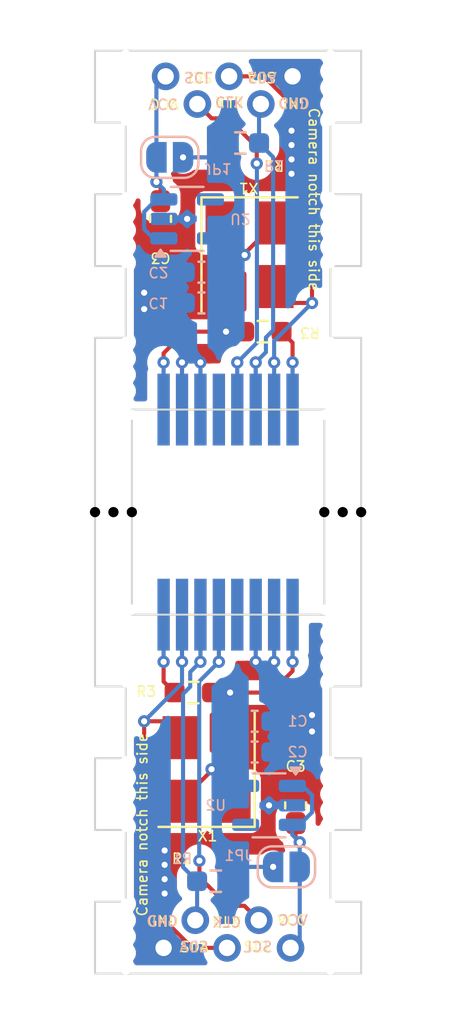
<source format=kicad_pcb>
(kicad_pcb (version 20241229) (generator "pcbnew") (generator_version "9.0")
  (layers (0 "F.Cu" signal) (2 "B.Cu" signal) (13 "F.Paste" user) (15 "B.Paste" user) (5 "F.SilkS" user "F.Silkscreen") (7 "B.SilkS" user "B.Silkscreen") (1 "F.Mask" user) (3 "B.Mask" user) (25 "Edge.Cuts" user))
  (net 0 "")
  (net 1 "Board_0-+3.3V")
  (net 2 "Board_0-/CLK")
  (net 3 "Board_0-/SCL")
  (net 4 "Board_0-/SDA")
  (net 5 "Board_0-GND")
  (net 6 "Board_0-Net-(U1-RESET)")
  (net 7 "Board_0-VCC")
  (net 8 "Board_0-unconnected-(U1-NC-Pad4)")
  (net 9 "Board_0-unconnected-(U1-NC-Pad4)_1")
  (net 10 "Board_0-unconnected-(U2-NC-Pad4)")
  (net 11 "Board_0-unconnected-(X1-~{ST}-Pad1)")
  (net 12 "Board_1-+3.3V")
  (net 13 "Board_1-/CLK")
  (net 14 "Board_1-/SCL")
  (net 15 "Board_1-/SDA")
  (net 16 "Board_1-GND")
  (net 17 "Board_1-Net-(U1-RESET)")
  (net 18 "Board_1-VCC")
  (net 19 "Board_1-unconnected-(U1-NC-Pad4)")
  (net 20 "Board_1-unconnected-(U1-NC-Pad4)_1")
  (net 21 "Board_1-unconnected-(U2-NC-Pad4)")
  (net 22 "Board_1-unconnected-(X1-~{ST}-Pad1)")
  (footprint "Panelization:NPTH-0.5mm" (layer "F.Cu") (at 143.5 48.4)
    (property "Reference" "REF**" (hide yes))
    (property "Value" "NPTH-0.5mm")
  )
  (footprint "Panelization:NPTH-0.5mm" (layer "F.Cu") (at 153.5 54.65)
    (property "Reference" "REF**" (hide yes))
    (property "Value" "NPTH-0.5mm")
  )
  (footprint "Panelization:NPTH-0.5mm" (layer "F.Cu") (at 143.5 21.8 180)
    (property "Reference" "REF**" (hide yes))
    (property "Value" "NPTH-0.5mm")
  )
  (footprint "Panelization:NPTH-0.5mm" (layer "F.Cu") (at 143.5 64.8)
    (property "Reference" "REF**" (hide yes))
    (property "Value" "NPTH-0.5mm")
  )
  (footprint "Panelization:NPTH-0.5mm" (layer "F.Cu") (at 153.5 61.6 90)
    (property "Reference" "REF**" (hide yes))
    (property "Value" "NPTH-0.5mm")
  )
  (footprint "Panelization:NPTH-0.5mm" (layer "F.Cu") (at 153.5 56.25)
    (property "Reference" "REF**" (hide yes))
    (property "Value" "NPTH-0.5mm")
  )
  (footprint "Panelization:NPTH-0.5mm" (layer "F.Cu") (at 143.5 54.65 90)
    (property "Reference" "REF**" (hide yes))
    (property "Value" "NPTH-0.5mm")
  )
  (footprint "Panelization:NPTH-0.5mm" (layer "F.Cu") (at 153.5 48.4)
    (property "Reference" "REF**" (hide yes))
    (property "Value" "NPTH-0.5mm")
  )
  (footprint "Oscillator:Oscillator_SMD_SeikoEpson_SG8002CE-4Pin_3.2x2.5mm_HandSoldering" (layer "F.Cu") (at 149.55 29.95 -90)
    (property "Reference" "X1")
    (property "Value" "SG3225CAN 24.0000M-TJGA3")
  )
  (footprint "Panelization:NPTH-0.5mm" (layer "F.Cu") (at 153.5 50.8)
    (property "Reference" "REF**" (hide yes))
    (property "Value" "NPTH-0.5mm")
  )
  (footprint "Panelization:NPTH-0.5mm" (layer "F.Cu") (at 143.5 29.55 180)
    (property "Reference" "REF**" (hide yes))
    (property "Value" "NPTH-0.5mm")
  )
  (footprint "Panelization:NPTH-0.5mm" (layer "F.Cu") (at 153.5 64)
    (property "Reference" "REF**" (hide yes))
    (property "Value" "NPTH-0.5mm")
  )
  (footprint "Panelization:NPTH-0.5mm" (layer "F.Cu") (at 153.5 34.2 180)
    (property "Reference" "REF**" (hide yes))
    (property "Value" "NPTH-0.5mm")
  )
  (footprint "Panelization:NPTH-0.5mm" (layer "F.Cu") (at 143.5 62.4)
    (property "Reference" "REF**" (hide yes))
    (property "Value" "NPTH-0.5mm")
  )
  (footprint "Panelization:NPTH-0.5mm" (layer "F.Cu") (at 143.5 20.2 180)
    (property "Reference" "REF**" (hide yes))
    (property "Value" "NPTH-0.5mm")
  )
  (footprint "Capacitor_SMD:C_0603_1608Metric_Pad1.08x0.95mm_HandSolder" (layer "F.Cu") (at 151.8 56.8 90)
    (property "Reference" "C3")
    (property "Value" "1uF")
  )
  (footprint "Panelization:NPTH-0.5mm" (layer "F.Cu") (at 143.5 49.2)
    (property "Reference" "REF**" (hide yes))
    (property "Value" "NPTH-0.5mm")
  )
  (footprint "Panelization:NPTH-0.5mm" (layer "F.Cu") (at 153.5 57.85)
    (property "Reference" "REF**" (hide yes))
    (property "Value" "NPTH-0.5mm")
  )
  (footprint "NPTH" (layer "F.Cu") (at 153.2 42.5)
    (property "Reference" "KiKit_MB_2_1" (hide yes))
    (property "Value" "NPTH" (hide yes))
  )
  (footprint "Panelization:NPTH-0.5mm" (layer "F.Cu") (at 143.5 36.6 180)
    (property "Reference" "REF**" (hide yes))
    (property "Value" "NPTH-0.5mm")
  )
  (footprint "Panelization:NPTH-0.5mm" (layer "F.Cu") (at 153.5 21 180)
    (property "Reference" "REF**" (hide yes))
    (property "Value" "NPTH-0.5mm")
  )
  (footprint "Panelization:NPTH-0.5mm" (layer "F.Cu") (at 143.5 27.95 180)
    (property "Reference" "REF**" (hide yes))
    (property "Value" "NPTH-0.5mm")
  )
  (footprint "wiimote-ir-sensor:5Wires-staggered" (layer "F.Cu") (at 148.55 21.925 180)
    (property "Reference" "J1" (hide yes))
    (property "Value" "Conn_01x05_Pin")
  )
  (footprint "Panelization:NPTH-0.5mm" (layer "F.Cu") (at 143.5 57.05)
    (property "Reference" "REF**" (hide yes))
    (property "Value" "NPTH-0.5mm")
  )
  (footprint "Panelization:NPTH-0.5mm" (layer "F.Cu") (at 153.2 47.25)
    (property "Reference" "REF**" (hide yes))
    (property "Value" "NPTH-0.5mm")
  )
  (footprint "Panelization:NPTH-0.5mm" (layer "F.Cu") (at 153.5 37.4 180)
    (property "Reference" "REF**" (hide yes))
    (property "Value" "NPTH-0.5mm")
  )
  (footprint "Panelization:NPTH-0.5mm" (layer "F.Cu") (at 143.5 21 180)
    (property "Reference" "REF**" (hide yes))
    (property "Value" "NPTH-0.5mm")
  )
  (footprint "Panelization:NPTH-0.5mm" (layer "F.Cu") (at 153.5 35 180)
    (property "Reference" "REF**" (hide yes))
    (property "Value" "NPTH-0.5mm")
  )
  (footprint "Panelization:NPTH-0.5mm" (layer "F.Cu") (at 143.5 50.8)
    (property "Reference" "REF**" (hide yes))
    (property "Value" "NPTH-0.5mm")
  )
  (footprint "Panelization:NPTH-0.5mm" (layer "F.Cu") (at 143.5 50)
    (property "Reference" "REF**" (hide yes))
    (property "Value" "NPTH-0.5mm")
  )
  (footprint "Panelization:NPTH-0.5mm" (layer "F.Cu") (at 153.5 55.45)
    (property "Reference" "REF**" (hide yes))
    (property "Value" "NPTH-0.5mm")
  )
  (footprint "Panelization:NPTH-0.5mm" (layer "F.Cu") (at 143.5 23.4 -90)
    (property "Reference" "REF**" (hide yes))
    (property "Value" "NPTH-0.5mm")
  )
  (footprint "NPTH" (layer "F.Cu") (at 155 42.5)
    (property "Reference" "KiKit_MB_2_3" (hide yes))
    (property "Value" "NPTH" (hide yes))
  )
  (footprint "Panelization:NPTH-0.5mm" (layer "F.Cu") (at 153.5 22.6 180)
    (property "Reference" "REF**" (hide yes))
    (property "Value" "NPTH-0.5mm")
  )
  (footprint "Panelization:NPTH-0.5mm" (layer "F.Cu") (at 153.2 37.75 180)
    (property "Reference" "REF**" (hide yes))
    (property "Value" "NPTH-0.5mm")
  )
  (footprint "Oscillator:Oscillator_SMD_SeikoEpson_SG8002CE-4Pin_3.2x2.5mm_HandSoldering" (layer "F.Cu") (at 147.45 55.05 90)
    (property "Reference" "X1")
    (property "Value" "SG3225CAN 24.0000M-TJGA3")
  )
  (footprint "Panelization:NPTH-0.5mm" (layer "F.Cu") (at 153.5 30.35 -90)
    (property "Reference" "REF**" (hide yes))
    (property "Value" "NPTH-0.5mm")
  )
  (footprint "Panelization:NPTH-0.5mm" (layer "F.Cu") (at 143.8 37.75 180)
    (property "Reference" "REF**" (hide yes))
    (property "Value" "NPTH-0.5mm")
  )
  (footprint "Resistor_SMD:R_0603_1608Metric_Pad0.98x0.95mm_HandSolder" (layer "F.Cu") (at 147.9 60.5)
    (property "Reference" "R2")
    (property "Value" "2.7K")
  )
  (footprint "Resistor_SMD:R_0603_1608Metric_Pad0.98x0.95mm_HandSolder" (layer "F.Cu") (at 146.8 51.3 180)
    (property "Reference" "R3")
    (property "Value" "33K")
  )
  (footprint "Panelization:NPTH-0.5mm" (layer "F.Cu") (at 143.5 56.25)
    (property "Reference" "REF**" (hide yes))
    (property "Value" "NPTH-0.5mm")
  )
  (footprint "Panelization:NPTH-0.5mm" (layer "F.Cu") (at 143.5 37.4 180)
    (property "Reference" "REF**" (hide yes))
    (property "Value" "NPTH-0.5mm")
  )
  (footprint "Panelization:NPTH-0.5mm" (layer "F.Cu") (at 153.5 20.2 180)
    (property "Reference" "REF**" (hide yes))
    (property "Value" "NPTH-0.5mm")
  )
  (footprint "Panelization:NPTH-0.5mm" (layer "F.Cu") (at 153.5 62.4)
    (property "Reference" "REF**" (hide yes))
    (property "Value" "NPTH-0.5mm")
  )
  (footprint "NPTH" (layer "F.Cu") (at 142 42.5)
    (property "Reference" "KiKit_MB_1_3" (hide yes))
    (property "Value" "NPTH" (hide yes))
  )
  (footprint "Panelization:NPTH-0.5mm" (layer "F.Cu") (at 143.8 47.25)
    (property "Reference" "REF**" (hide yes))
    (property "Value" "NPTH-0.5mm")
  )
  (footprint "Panelization:NPTH-0.5mm" (layer "F.Cu") (at 153.5 28.75 180)
    (property "Reference" "REF**" (hide yes))
    (property "Value" "NPTH-0.5mm")
  )
  (footprint "Panelization:NPTH-0.5mm" (layer "F.Cu") (at 143.5 55.45)
    (property "Reference" "REF**" (hide yes))
    (property "Value" "NPTH-0.5mm")
  )
  (footprint "Panelization:NPTH-0.5mm" (layer "F.Cu") (at 153.5 21.8 180)
    (property "Reference" "REF**" (hide yes))
    (property "Value" "NPTH-0.5mm")
  )
  (footprint "wiimote-ir-sensor:5Wires-staggered" (layer "F.Cu") (at 148.45 63.075)
    (property "Reference" "J1" (hide yes))
    (property "Value" "Conn_01x05_Pin")
  )
  (footprint "Panelization:NPTH-0.5mm" (layer "F.Cu") (at 143.5 61.6 90)
    (property "Reference" "REF**" (hide yes))
    (property "Value" "NPTH-0.5mm")
  )
  (footprint "NPTH" (layer "F.Cu") (at 154.1 42.5)
    (property "Reference" "KiKit_MB_2_2" (hide yes))
    (property "Value" "NPTH" (hide yes))
  )
  (footprint "Panelization:NPTH-0.5mm" (layer "F.Cu") (at 153.5 29.55 180)
    (property "Reference" "REF**" (hide yes))
    (property "Value" "NPTH-0.5mm")
  )
  (footprint "Resistor_SMD:R_0603_1608Metric_Pad0.98x0.95mm_HandSolder" (layer "F.Cu") (at 149.1 24.5 180)
    (property "Reference" "R2")
    (property "Value" "2.7K")
  )
  (footprint "Panelization:NPTH-0.5mm" (layer "F.Cu") (at 143.5 64)
    (property "Reference" "REF**" (hide yes))
    (property "Value" "NPTH-0.5mm")
  )
  (footprint "Panelization:NPTH-0.5mm" (layer "F.Cu") (at 143.5 34.2 180)
    (property "Reference" "REF**" (hide yes))
    (property "Value" "NPTH-0.5mm")
  )
  (footprint "Panelization:NPTH-0.5mm" (layer "F.Cu") (at 153.5 57.05)
    (property "Reference" "REF**" (hide yes))
    (property "Value" "NPTH-0.5mm")
  )
  (footprint "Panelization:NPTH-0.5mm" (layer "F.Cu") (at 153.5 27.95 180)
    (property "Reference" "REF**" (hide yes))
    (property "Value" "NPTH-0.5mm")
  )
  (footprint "Panelization:NPTH-0.5mm" (layer "F.Cu") (at 143.5 57.85)
    (property "Reference" "REF**" (hide yes))
    (property "Value" "NPTH-0.5mm")
  )
  (footprint "Resistor_SMD:R_0603_1608Metric_Pad0.98x0.95mm_HandSolder" (layer "F.Cu") (at 150.2 33.7)
    (property "Reference" "R3")
    (property "Value" "33K")
  )
  (footprint "Panelization:NPTH-0.5mm" (layer "F.Cu") (at 153.5 64.8)
    (property "Reference" "REF**" (hide yes))
    (property "Value" "NPTH-0.5mm")
  )
  (footprint "NPTH" (layer "F.Cu") (at 143.8 42.5)
    (property "Reference" "KiKit_MB_1_1" (hide yes))
    (property "Value" "NPTH" (hide yes))
  )
  (footprint "Panelization:NPTH-0.5mm" (layer "F.Cu") (at 143.5 30.35 180)
    (property "Reference" "REF**" (hide yes))
    (property "Value" "NPTH-0.5mm")
  )
  (footprint "Panelization:NPTH-0.5mm" (layer "F.Cu") (at 143.5 28.75 180)
    (property "Reference" "REF**" (hide yes))
    (property "Value" "NPTH-0.5mm")
  )
  (footprint "Panelization:NPTH-0.5mm" (layer "F.Cu") (at 153.5 50)
    (property "Reference" "REF**" (hide yes))
    (property "Value" "NPTH-0.5mm")
  )
  (footprint "Panelization:NPTH-0.5mm" (layer "F.Cu") (at 143.5 35.8 180)
    (property "Reference" "REF**" (hide yes))
    (property "Value" "NPTH-0.5mm")
  )
  (footprint "Panelization:NPTH-0.5mm" (layer "F.Cu") (at 153.5 35.8 180)
    (property "Reference" "REF**" (hide yes))
    (property "Value" "NPTH-0.5mm")
  )
  (footprint "Panelization:NPTH-0.5mm" (layer "F.Cu") (at 153.5 36.6 180)
    (property "Reference" "REF**" (hide yes))
    (property "Value" "NPTH-0.5mm")
  )
  (footprint "Panelization:NPTH-0.5mm" (layer "F.Cu") (at 153.5 49.2)
    (property "Reference" "REF**" (hide yes))
    (property "Value" "NPTH-0.5mm")
  )
  (footprint "Panelization:NPTH-0.5mm" (layer "F.Cu") (at 153.5 27.15 180)
    (property "Reference" "REF**" (hide yes))
    (property "Value" "NPTH-0.5mm")
  )
  (footprint "Panelization:NPTH-0.5mm" (layer "F.Cu") (at 143.5 35 180)
    (property "Reference" "REF**" (hide yes))
    (property "Value" "NPTH-0.5mm")
  )
  (footprint "Panelization:NPTH-0.5mm" (layer "F.Cu") (at 153.5 47.6)
    (property "Reference" "REF**" (hide yes))
    (property "Value" "NPTH-0.5mm")
  )
  (footprint "Panelization:NPTH-0.5mm" (layer "F.Cu") (at 143.5 63.2)
    (property "Reference" "REF**" (hide yes))
    (property "Value" "NPTH-0.5mm")
  )
  (footprint "Panelization:NPTH-0.5mm" (layer "F.Cu") (at 153.5 23.4 -90)
    (property "Reference" "REF**" (hide yes))
    (property "Value" "NPTH-0.5mm")
  )
  (footprint "Panelization:NPTH-0.5mm" (layer "F.Cu") (at 153.5 63.2)
    (property "Reference" "REF**" (hide yes))
    (property "Value" "NPTH-0.5mm")
  )
  (footprint "Capacitor_SMD:C_0603_1608Metric_Pad1.08x0.95mm_HandSolder" (layer "F.Cu") (at 145.2 28.2 -90)
    (property "Reference" "C3")
    (property "Value" "1uF")
  )
  (footprint "Panelization:NPTH-0.5mm" (layer "F.Cu") (at 143.5 22.6 180)
    (property "Reference" "REF**" (hide yes))
    (property "Value" "NPTH-0.5mm")
  )
  (footprint "Panelization:NPTH-0.5mm" (layer "F.Cu") (at 143.5 47.6)
    (property "Reference" "REF**" (hide yes))
    (property "Value" "NPTH-0.5mm")
  )
  (footprint "NPTH" (layer "F.Cu") (at 142.9 42.5)
    (property "Reference" "KiKit_MB_1_2" (hide yes))
    (property "Value" "NPTH" (hide yes))
  )
  (footprint "Panelization:NPTH-0.5mm" (layer "F.Cu") (at 143.5 27.15 180)
    (property "Reference" "REF**" (hide yes))
    (property "Value" "NPTH-0.5mm")
  )
  (footprint "Jumper:SolderJumper-2_P1.3mm_Open_RoundedPad1.0x1.5mm" (layer "B.Cu") (at 145.65 25.2)
    (property "Reference" "JP1")
    (property "Value" "SolderJumper_2_Open")
  )
  (footprint "Package_TO_SOT_SMD:SOT-23-5" (layer "B.Cu") (at 146.5 28.2)
    (property "Reference" "U2")
    (property "Value" "AP2112-3.3V")
  )
  (footprint "Capacitor_SMD:C_0603_1608Metric_Pad1.08x0.95mm_HandSolder" (layer "B.Cu") (at 147.2 32.3 180)
    (property "Reference" "C1")
    (property "Value" "0.1uF")
  )
  (footprint "Capacitor_SMD:C_0603_1608Metric_Pad1.08x0.95mm_HandSolder" (layer "B.Cu") (at 147.2 30.8 180)
    (property "Reference" "C2")
    (property "Value" "1uF")
  )
  (footprint "wiimote-ir-sensor:wiimote-pixart-camera-inline_slim" (layer "B.Cu") (at 148.5 45 180)
    (property "Reference" "U1" (hide yes))
    (property "Value" "~")
  )
  (footprint "Package_TO_SOT_SMD:SOT-23-5" (layer "B.Cu") (at 150.5 56.8 180)
    (property "Reference" "U2")
    (property "Value" "AP2112-3.3V")
  )
  (footprint "Capacitor_SMD:C_0603_1608Metric_Pad1.08x0.95mm_HandSolder" (layer "B.Cu") (at 149.8 52.7)
    (property "Reference" "C1")
    (property "Value" "0.1uF")
  )
  (footprint "Resistor_SMD:R_0603_1608Metric_Pad0.98x0.95mm_HandSolder" (layer "B.Cu") (at 147.9 60.5 180)
    (property "Reference" "R1")
    (property "Value" "2.7K")
  )
  (footprint "Capacitor_SMD:C_0603_1608Metric_Pad1.08x0.95mm_HandSolder" (layer "B.Cu") (at 149.8 54.2)
    (property "Reference" "C2")
    (property "Value" "1uF")
  )
  (footprint "Resistor_SMD:R_0603_1608Metric_Pad0.98x0.95mm_HandSolder" (layer "B.Cu") (at 149.1 24.5)
    (property "Reference" "R1")
    (property "Value" "2.7K")
  )
  (footprint "Jumper:SolderJumper-2_P1.3mm_Open_RoundedPad1.0x1.5mm" (layer "B.Cu") (at 151.35 59.8 180)
    (property "Reference" "JP1")
    (property "Value" "SolderJumper_2_Open")
  )
  (footprint "wiimote-ir-sensor:wiimote-pixart-camera-inline_slim" (layer "B.Cu") (at 148.5 40)
    (property "Reference" "U1" (hide yes))
    (property "Value" "~")
  )
  (gr_line (start 155 23.5) (end 155 20) (stroke (width 0.1)) (layer "Edge.Cuts"))
  (gr_line (start 142 58) (end 143.5 58) (stroke (width 0.1)) (layer "Edge.Cuts"))
  (gr_line (start 153.2 37.5) (end 153.2 42.4995) (stroke (width 0.1)) (layer "Edge.Cuts"))
  (gr_line (start 153.5 34) (end 153.5 30.5) (stroke (width 0.1)) (layer "Edge.Cuts"))
  (gr_line (start 143.5 58) (end 143.5 61.5) (stroke (width 0.1)) (layer "Edge.Cuts"))
  (gr_line (start 143.5 34) (end 142 34) (stroke (width 0.1)) (layer "Edge.Cuts"))
  (gr_line (start 143.5 61.5) (end 142 61.5) (stroke (width 0.1)) (layer "Edge.Cuts"))
  (gr_line (start 153.5 61.5) (end 153.5 58) (stroke (width 0.1)) (layer "Edge.Cuts"))
  (gr_line (start 143.5 23.5) (end 143.5 27) (stroke (width 0.1)) (layer "Edge.Cuts"))
  (gr_line (start 155 20) (end 142 20) (stroke (width 0.1)) (layer "Edge.Cuts"))
  (gr_line (start 153.2 47.5) (end 143.8 47.5) (stroke (width 0.1)) (layer "Edge.Cuts"))
  (gr_line (start 142 23.5) (end 143.5 23.5) (stroke (width 0.1)) (layer "Edge.Cuts"))
  (gr_line (start 153.5 54.5) (end 153.5 51) (stroke (width 0.1)) (layer "Edge.Cuts"))
  (gr_line (start 155 30.5) (end 155 27) (stroke (width 0.1)) (layer "Edge.Cuts"))
  (gr_line (start 153.5 27) (end 153.5 23.5) (stroke (width 0.1)) (layer "Edge.Cuts"))
  (gr_line (start 155 27) (end 153.5 27) (stroke (width 0.1)) (layer "Edge.Cuts"))
  (gr_line (start 142 54.5) (end 142 58) (stroke (width 0.1)) (layer "Edge.Cuts"))
  (gr_line (start 142 42.5) (end 142 42.5015) (stroke (width 0.1)) (layer "Edge.Cuts"))
  (gr_line (start 143.5 54.5) (end 142 54.5) (stroke (width 0.1)) (layer "Edge.Cuts"))
  (gr_line (start 153.5 51) (end 155 51) (stroke (width 0.1)) (layer "Edge.Cuts"))
  (gr_line (start 143.5 51) (end 143.5 54.5) (stroke (width 0.1)) (layer "Edge.Cuts"))
  (gr_line (start 143.5 27) (end 142 27) (stroke (width 0.1)) (layer "Edge.Cuts"))
  (gr_line (start 155 51) (end 155 42.501) (stroke (width 0.1)) (layer "Edge.Cuts"))
  (gr_line (start 143.8 37.5) (end 153.2 37.5) (stroke (width 0.1)) (layer "Edge.Cuts"))
  (gr_line (start 153.5 23.5) (end 155 23.5) (stroke (width 0.1)) (layer "Edge.Cuts"))
  (gr_line (start 155 58) (end 155 54.5) (stroke (width 0.1)) (layer "Edge.Cuts"))
  (gr_line (start 142 30.5) (end 143.5 30.5) (stroke (width 0.1)) (layer "Edge.Cuts"))
  (gr_line (start 155 65) (end 155 61.5) (stroke (width 0.1)) (layer "Edge.Cuts"))
  (gr_line (start 143.8 42.499) (end 143.8 37.5) (stroke (width 0.1)) (layer "Edge.Cuts"))
  (gr_line (start 155 54.5) (end 153.5 54.5) (stroke (width 0.1)) (layer "Edge.Cuts"))
  (gr_line (start 155 34) (end 153.5 34) (stroke (width 0.1)) (layer "Edge.Cuts"))
  (gr_line (start 153.2 42.501) (end 153.2 47.5) (stroke (width 0.1)) (layer "Edge.Cuts"))
  (gr_line (start 142 65) (end 155 65) (stroke (width 0.1)) (layer "Edge.Cuts"))
  (gr_line (start 143.8 42.5015) (end 143.8 42.5) (stroke (width 0.1)) (layer "Edge.Cuts"))
  (gr_line (start 142 20) (end 142 23.5) (stroke (width 0.1)) (layer "Edge.Cuts"))
  (gr_line (start 143.8 47.5) (end 143.8 42.5015) (stroke (width 0.1)) (layer "Edge.Cuts"))
  (gr_line (start 142 34) (end 142 42.499) (stroke (width 0.1)) (layer "Edge.Cuts"))
  (gr_line (start 155 61.5) (end 153.5 61.5) (stroke (width 0.1)) (layer "Edge.Cuts"))
  (gr_line (start 142 27) (end 142 30.5) (stroke (width 0.1)) (layer "Edge.Cuts"))
  (gr_line (start 142 51) (end 143.5 51) (stroke (width 0.1)) (layer "Edge.Cuts"))
  (gr_line (start 143.5 30.5) (end 143.5 34) (stroke (width 0.1)) (layer "Edge.Cuts"))
  (gr_line (start 153.5 58) (end 155 58) (stroke (width 0.1)) (layer "Edge.Cuts"))
  (gr_line (start 142 42.5015) (end 142 51) (stroke (width 0.1)) (layer "Edge.Cuts"))
  (gr_line (start 142 61.5) (end 142 65) (stroke (width 0.1)) (layer "Edge.Cuts"))
  (gr_line (start 153.5 30.5) (end 155 30.5) (stroke (width 0.1)) (layer "Edge.Cuts"))
  (gr_line (start 155 42.4995) (end 155 34) (stroke (width 0.1)) (layer "Edge.Cuts"))
  (gr_text "Camera notch this side" (at 144.6 57.75 90) (layer "F.SilkS") (effects (font (size 0.5 0.5) (thickness 0.08)) (justify bottom)))
  (gr_text "GND" (at 144.5 62.75 0) (layer "F.SilkS") (effects (font (size 0.5 0.5) (thickness 0.08)) (justify left bottom)))
  (gr_text "VCC" (at 146.141904 22.3 180) (layer "F.SilkS") (effects (font (size 0.5 0.5) (thickness 0.08)) (justify left bottom)))
  (gr_text "CLK" (at 149.3 22.2 180) (layer "F.SilkS") (effects (font (size 0.5 0.5) (thickness 0.08)) (justify left bottom)))
  (gr_text "SDA" (at 146.1 64 0) (layer "F.SilkS") (effects (font (size 0.5 0.5) (thickness 0.08)) (justify left bottom)))
  (gr_text "Camera notch this side" (at 152.4 27.25 270) (layer "F.SilkS") (effects (font (size 0.5 0.5) (thickness 0.08)) (justify bottom)))
  (gr_text "SCL" (at 147.787142 21 180) (layer "F.SilkS") (effects (font (size 0.5 0.5) (thickness 0.08)) (justify left bottom)))
  (gr_text "SDA" (at 150.9 21 180) (layer "F.SilkS") (effects (font (size 0.5 0.5) (thickness 0.08)) (justify left bottom)))
  (gr_text "SCL" (at 149.212858 64 0) (layer "F.SilkS") (effects (font (size 0.5 0.5) (thickness 0.08)) (justify left bottom)))
  (gr_text "VCC" (at 150.858096 62.7 0) (layer "F.SilkS") (effects (font (size 0.5 0.5) (thickness 0.08)) (justify left bottom)))
  (gr_text "CLK" (at 147.7 62.8 0) (layer "F.SilkS") (effects (font (size 0.5 0.5) (thickness 0.08)) (justify left bottom)))
  (gr_text "GND" (at 152.5 22.25 180) (layer "F.SilkS") (effects (font (size 0.5 0.5) (thickness 0.08)) (justify left bottom)))
  (gr_text "CLK" (at 149.187142 62.8 0) (layer "B.SilkS") (effects (font (size 0.5 0.5) (thickness 0.08)) (justify left bottom mirror)))
  (gr_text "GND" (at 146.087142 62.75 0) (layer "B.SilkS") (effects (font (size 0.5 0.5) (thickness 0.08)) (justify left bottom mirror)))
  (gr_text "GND" (at 150.912858 22.25 180) (layer "B.SilkS") (effects (font (size 0.5 0.5) (thickness 0.08)) (justify left bottom mirror)))
  (gr_text "VCC" (at 152.445238 62.7 0) (layer "B.SilkS") (effects (font (size 0.5 0.5) (thickness 0.08)) (justify left bottom mirror)))
  (gr_text "CLK" (at 147.812858 22.2 180) (layer "B.SilkS") (effects (font (size 0.5 0.5) (thickness 0.08)) (justify left bottom mirror)))
  (gr_text "SDA" (at 147.587142 64 0) (layer "B.SilkS") (effects (font (size 0.5 0.5) (thickness 0.08)) (justify left bottom mirror)))
  (gr_text "VCC" (at 144.554762 22.3 180) (layer "B.SilkS") (effects (font (size 0.5 0.5) (thickness 0.08)) (justify left bottom mirror)))
  (gr_text "SDA" (at 149.412858 21 180) (layer "B.SilkS") (effects (font (size 0.5 0.5) (thickness 0.08)) (justify left bottom mirror)))
  (gr_text "SCL" (at 146.3 21 180) (layer "B.SilkS") (effects (font (size 0.5 0.5) (thickness 0.08)) (justify left bottom mirror)))
  (gr_text "SCL" (at 150.7 64 0) (layer "B.SilkS") (effects (font (size 0.5 0.5) (thickness 0.08)) (justify left bottom mirror)))
  (segment (start 146.4 33.7) (end 145.35 34.75) (width 0.2) (layer "F.Cu") (net 1))
  (segment (start 149.308465 29.891535) (end 149.308465 29.961905) (width 0.2) (layer "F.Cu") (net 1))
  (segment (start 149.2875 33.7) (end 148.4 33.7) (width 0.2) (layer "F.Cu") (net 1))
  (segment (start 150.8 28.4) (end 149.308465 29.891535) (width 0.2) (layer "F.Cu") (net 1))
  (segment (start 146.3 25.2) (end 147.9875 25.2) (width 0.2) (layer "F.Cu") (net 1))
  (segment (start 148.4 33.7) (end 146.4 33.7) (width 0.2) (layer "F.Cu") (net 1))
  (segment (start 147.9875 25.2) (end 148.1875 25) (width 0.2) (layer "F.Cu") (net 1))
  (segment (start 145.35 34.75) (end 145.35 37.5) (width 0.2) (layer "F.Cu") (net 1))
  (via (at 149.308465 29.961905) (size 0.6) (drill 0.3) (layers "F.Cu" "B.Cu") (net 1))
  (via (at 145.35 35.2) (size 0.6) (drill 0.3) (layers "F.Cu" "B.Cu") (net 1))
  (via (at 146.3 25.2) (size 0.6) (drill 0.3) (layers "F.Cu" "B.Cu") (net 1))
  (via (at 148.4 33.7) (size 0.6) (drill 0.3) (layers "F.Cu" "B.Cu") (net 1))
  (segment (start 146.3 25.2) (end 147.9875 25.2) (width 0.2) (layer "B.Cu") (net 1))
  (segment (start 147.9875 25.2) (end 148.1875 25) (width 0.2) (layer "B.Cu") (net 1))
  (segment (start 145.35 35.2) (end 145.35 37.5) (width 0.2) (layer "B.Cu") (net 1))
  (segment (start 150.75 35.2) (end 150.75 37.5) (width 0.2) (layer "F.Cu") (net 2))
  (segment (start 152.6 32.3) (end 152.6 23.6) (width 0.2) (layer "F.Cu") (net 2))
  (segment (start 151.6 32.3) (end 150.8 31.5) (width 0.2) (layer "F.Cu") (net 2))
  (segment (start 150.25 21.25) (end 152.6 23.6) (width 0.2) (layer "F.Cu") (net 2))
  (segment (start 152.6 32.3) (end 151.6 32.3) (width 0.2) (layer "F.Cu") (net 2))
  (segment (start 148.55 21.25) (end 150.25 21.25) (width 0.2) (layer "F.Cu") (net 2))
  (via (at 152.6 32.3) (size 0.6) (drill 0.3) (layers "F.Cu" "B.Cu") (net 2))
  (via (at 150.75 35.2) (size 0.6) (drill 0.3) (layers "F.Cu" "B.Cu") (net 2))
  (segment (start 150.75 34.15) (end 152.6 32.3) (width 0.2) (layer "B.Cu") (net 2))
  (segment (start 150.75 35.2) (end 150.75 37.5) (width 0.2) (layer "B.Cu") (net 2))
  (segment (start 150.75 35.2) (end 150.75 34.15) (width 0.2) (layer "B.Cu") (net 2))
  (segment (start 150.0125 24.5) (end 149.7 24.5) (width 0.2) (layer "F.Cu") (net 3))
  (segment (start 147.7 23.3) (end 147 22.6) (width 0.2) (layer "F.Cu") (net 3))
  (segment (start 148.5 23.3) (end 147.7 23.3) (width 0.2) (layer "F.Cu") (net 3))
  (segment (start 149.9 25.5) (end 149.9 24.6125) (width 0.2) (layer "F.Cu") (net 3))
  (segment (start 149.9 24.6125) (end 150.0125 24.5) (width 0.2) (layer "F.Cu") (net 3))
  (segment (start 148.95 37.5) (end 148.95 35.2) (width 0.2) (layer "F.Cu") (net 3))
  (segment (start 149.7 24.5) (end 148.5 23.3) (width 0.2) (layer "F.Cu") (net 3))
  (via (at 148.95 35.2) (size 0.6) (drill 0.3) (layers "F.Cu" "B.Cu") (net 3))
  (via (at 149.9 25.5) (size 0.6) (drill 0.3) (layers "F.Cu" "B.Cu") (net 3))
  (segment (start 149.909465 25.509465) (end 149.9 25.5) (width 0.2) (layer "B.Cu") (net 3))
  (segment (start 148.95 35.2) (end 149.909465 34.240535) (width 0.2) (layer "B.Cu") (net 3))
  (segment (start 149.909465 34.240535) (end 149.909465 26.3) (width 0.2) (layer "B.Cu") (net 3))
  (segment (start 148.95 35.2) (end 148.95 37.5) (width 0.2) (layer "B.Cu") (net 3))
  (segment (start 149.909465 26.3) (end 149.909465 25.509465) (width 0.2) (layer "B.Cu") (net 3))
  (segment (start 149.85 35.2) (end 149.85 37.5) (width 0.2) (layer "F.Cu") (net 4))
  (via (at 149.85 35.2) (size 0.6) (drill 0.3) (layers "F.Cu" "B.Cu") (net 4))
  (segment (start 149.85 35.2) (end 149.85 37.5) (width 0.2) (layer "B.Cu") (net 4))
  (segment (start 150.0125 22.6875) (end 150.1 22.6) (width 0.2) (layer "B.Cu") (net 4))
  (segment (start 150.0125 24.5) (end 150.0125 22.6875) (width 0.2) (layer "B.Cu") (net 4))
  (segment (start 150.0125 24.5) (end 150.7 25.1875) (width 0.2) (layer "B.Cu") (net 4))
  (segment (start 150.7 25.1875) (end 150.7 33.6329) (width 0.2) (layer "B.Cu") (net 4))
  (segment (start 150.349 34.701) (end 149.85 35.2) (width 0.2) (layer "B.Cu") (net 4))
  (segment (start 150.7 33.6329) (end 150.349 33.9839) (width 0.2) (layer "B.Cu") (net 4))
  (segment (start 150.349 33.9839) (end 150.349 34.701) (width 0.2) (layer "B.Cu") (net 4))
  (segment (start 147.15 35.2) (end 147.15 37.5) (width 0.2) (layer "F.Cu") (net 5))
  (segment (start 146.25 35.2) (end 146.25 37.5) (width 0.2) (layer "F.Cu") (net 5))
  (via (at 147.15 35.2) (size 0.6) (drill 0.3) (layers "F.Cu" "B.Cu") (net 5))
  (via (at 144.4 31.8) (size 0.6) (drill 0.3) (layers "F.Cu" "B.Cu") (net 5))
  (via (at 146.5 28.2) (size 0.6) (drill 0.3) (layers "F.Cu" "B.Cu") (net 5))
  (via (at 144.4 32.6) (size 0.6) (drill 0.3) (layers "F.Cu" "B.Cu") (net 5))
  (via (at 151.6 26) (size 0.6) (drill 0.3) (layers "F.Cu" "B.Cu") (net 5))
  (via (at 151.6 24.6) (size 0.6) (drill 0.3) (layers "F.Cu" "B.Cu") (net 5))
  (via (at 151.6 25.3) (size 0.6) (drill 0.3) (layers "F.Cu" "B.Cu") (net 5))
  (via (at 146.25 35.2) (size 0.6) (drill 0.3) (layers "F.Cu" "B.Cu") (net 5))
  (via (at 151.6 23.9) (size 0.6) (drill 0.3) (layers "F.Cu" "B.Cu") (net 5))
  (segment (start 145.3625 28.2) (end 146.5 28.2) (width 0.2) (layer "B.Cu") (net 5))
  (segment (start 146.25 35.2) (end 146.25 37.5) (width 0.2) (layer "B.Cu") (net 5))
  (segment (start 147.15 35.2) (end 147.15 37.5) (width 0.2) (layer "B.Cu") (net 5))
  (segment (start 152.0625 26.7) (end 152.0625 25.9625) (width 0.2) (layer "B.Cu") (net 5))
  (segment (start 151.65 34.2375) (end 151.1125 33.7) (width 0.2) (layer "F.Cu") (net 6))
  (segment (start 151.65 37.5) (end 151.65 35.2) (width 0.2) (layer "F.Cu") (net 6))
  (segment (start 151.65 35.2) (end 151.65 34.2375) (width 0.2) (layer "F.Cu") (net 6))
  (via (at 151.65 35.2) (size 0.6) (drill 0.3) (layers "F.Cu" "B.Cu") (net 6))
  (segment (start 151.65 37.5) (end 151.65 35.2) (width 0.2) (layer "B.Cu") (net 6))
  (segment (start 145.2 26.6) (end 145 26.4) (width 0.2) (layer "F.Cu") (net 7))
  (segment (start 145.2 27.3375) (end 145.2 26.6) (width 0.2) (layer "F.Cu") (net 7))
  (via (at 145 26.4) (size 0.6) (drill 0.3) (layers "F.Cu" "B.Cu") (net 7))
  (segment (start 145.3625 29.15) (end 144.85 29.15) (width 0.2) (layer "B.Cu") (net 7))
  (segment (start 144.399 28.699) (end 144.399 27.859032) (width 0.2) (layer "B.Cu") (net 7))
  (segment (start 145.008032 27.25) (end 145.3625 27.25) (width 0.2) (layer "B.Cu") (net 7))
  (segment (start 144.85 29.15) (end 144.399 28.699) (width 0.2) (layer "B.Cu") (net 7))
  (segment (start 145.3625 26.7625) (end 145 26.4) (width 0.2) (layer "B.Cu") (net 7))
  (segment (start 144.399 27.859032) (end 145.008032 27.25) (width 0.2) (layer "B.Cu") (net 7))
  (segment (start 145 21.7) (end 145.45 21.25) (width 0.2) (layer "B.Cu") (net 7))
  (segment (start 145 26.4) (end 145 25.2) (width 0.2) (layer "B.Cu") (net 7))
  (segment (start 145 25.2) (end 145 21.7) (width 0.2) (layer "B.Cu") (net 7))
  (segment (start 145.3625 27.25) (end 145.3625 26.7625) (width 0.2) (layer "B.Cu") (net 7))
  (segment (start 146.2 56.6) (end 147.691535 55.108465) (width 0.2) (layer "F.Cu") (net 12))
  (segment (start 149.0125 59.8) (end 148.8125 60) (width 0.2) (layer "F.Cu") (net 12))
  (segment (start 151.65 50.25) (end 151.65 47.5) (width 0.2) (layer "F.Cu") (net 12))
  (segment (start 147.691535 55.108465) (end 147.691535 55.038095) (width 0.2) (layer "F.Cu") (net 12))
  (segment (start 147.7125 51.3) (end 148.6 51.3) (width 0.2) (layer "F.Cu") (net 12))
  (segment (start 150.7 59.8) (end 149.0125 59.8) (width 0.2) (layer "F.Cu") (net 12))
  (segment (start 148.6 51.3) (end 150.6 51.3) (width 0.2) (layer "F.Cu") (net 12))
  (segment (start 150.6 51.3) (end 151.65 50.25) (width 0.2) (layer "F.Cu") (net 12))
  (via (at 150.7 59.8) (size 0.6) (drill 0.3) (layers "F.Cu" "B.Cu") (net 12))
  (via (at 147.691535 55.038095) (size 0.6) (drill 0.3) (layers "F.Cu" "B.Cu") (net 12))
  (via (at 151.65 49.8) (size 0.6) (drill 0.3) (layers "F.Cu" "B.Cu") (net 12))
  (via (at 148.6 51.3) (size 0.6) (drill 0.3) (layers "F.Cu" "B.Cu") (net 12))
  (segment (start 151.65 49.8) (end 151.65 47.5) (width 0.2) (layer "B.Cu") (net 12))
  (segment (start 150.7 59.8) (end 149.0125 59.8) (width 0.2) (layer "B.Cu") (net 12))
  (segment (start 149.0125 59.8) (end 148.8125 60) (width 0.2) (layer "B.Cu") (net 12))
  (segment (start 146.75 63.75) (end 144.4 61.4) (width 0.2) (layer "F.Cu") (net 13))
  (segment (start 146.25 49.8) (end 146.25 47.5) (width 0.2) (layer "F.Cu") (net 13))
  (segment (start 144.4 52.7) (end 144.4 61.4) (width 0.2) (layer "F.Cu") (net 13))
  (segment (start 144.4 52.7) (end 145.4 52.7) (width 0.2) (layer "F.Cu") (net 13))
  (segment (start 145.4 52.7) (end 146.2 53.5) (width 0.2) (layer "F.Cu") (net 13))
  (segment (start 148.45 63.75) (end 146.75 63.75) (width 0.2) (layer "F.Cu") (net 13))
  (via (at 146.25 49.8) (size 0.6) (drill 0.3) (layers "F.Cu" "B.Cu") (net 13))
  (via (at 144.4 52.7) (size 0.6) (drill 0.3) (layers "F.Cu" "B.Cu") (net 13))
  (segment (start 146.25 50.85) (end 144.4 52.7) (width 0.2) (layer "B.Cu") (net 13))
  (segment (start 146.25 49.8) (end 146.25 50.85) (width 0.2) (layer "B.Cu") (net 13))
  (segment (start 146.25 49.8) (end 146.25 47.5) (width 0.2) (layer "B.Cu") (net 13))
  (segment (start 149.3 61.7) (end 150 62.4) (width 0.2) (layer "F.Cu") (net 14))
  (segment (start 147.1 60.3875) (end 146.9875 60.5) (width 0.2) (layer "F.Cu") (net 14))
  (segment (start 146.9875 60.5) (end 147.3 60.5) (width 0.2) (layer "F.Cu") (net 14))
  (segment (start 148.05 47.5) (end 148.05 49.8) (width 0.2) (layer "F.Cu") (net 14))
  (segment (start 147.1 59.5) (end 147.1 60.3875) (width 0.2) (layer "F.Cu") (net 14))
  (segment (start 147.3 60.5) (end 148.5 61.7) (width 0.2) (layer "F.Cu") (net 14))
  (segment (start 148.5 61.7) (end 149.3 61.7) (width 0.2) (layer "F.Cu") (net 14))
  (via (at 148.05 49.8) (size 0.6) (drill 0.3) (layers "F.Cu" "B.Cu") (net 14))
  (via (at 147.1 59.5) (size 0.6) (drill 0.3) (layers "F.Cu" "B.Cu") (net 14))
  (segment (start 147.090535 59.490535) (end 147.1 59.5) (width 0.2) (layer "B.Cu") (net 14))
  (segment (start 147.090535 58.7) (end 147.090535 59.490535) (width 0.2) (layer "B.Cu") (net 14))
  (segment (start 147.090535 50.759465) (end 147.090535 58.7) (width 0.2) (layer "B.Cu") (net 14))
  (segment (start 148.05 49.8) (end 148.05 47.5) (width 0.2) (layer "B.Cu") (net 14))
  (segment (start 148.05 49.8) (end 147.090535 50.759465) (width 0.2) (layer "B.Cu") (net 14))
  (segment (start 147.15 49.8) (end 147.15 47.5) (width 0.2) (layer "F.Cu") (net 15))
  (via (at 147.15 49.8) (size 0.6) (drill 0.3) (layers "F.Cu" "B.Cu") (net 15))
  (segment (start 146.9875 60.5) (end 146.9875 62.3125) (width 0.2) (layer "B.Cu") (net 15))
  (segment (start 146.3 59.8125) (end 146.3 51.3671) (width 0.2) (layer "B.Cu") (net 15))
  (segment (start 146.9875 60.5) (end 146.3 59.8125) (width 0.2) (layer "B.Cu") (net 15))
  (segment (start 146.9875 62.3125) (end 146.9 62.4) (width 0.2) (layer "B.Cu") (net 15))
  (segment (start 147.15 49.8) (end 147.15 47.5) (width 0.2) (layer "B.Cu") (net 15))
  (segment (start 146.651 51.0161) (end 146.651 50.299) (width 0.2) (layer "B.Cu") (net 15))
  (segment (start 146.651 50.299) (end 147.15 49.8) (width 0.2) (layer "B.Cu") (net 15))
  (segment (start 146.3 51.3671) (end 146.651 51.0161) (width 0.2) (layer "B.Cu") (net 15))
  (segment (start 150.75 49.8) (end 150.75 47.5) (width 0.2) (layer "F.Cu") (net 16))
  (segment (start 149.85 49.8) (end 149.85 47.5) (width 0.2) (layer "F.Cu") (net 16))
  (via (at 150.75 49.8) (size 0.6) (drill 0.3) (layers "F.Cu" "B.Cu") (net 16))
  (via (at 152.6 53.2) (size 0.6) (drill 0.3) (layers "F.Cu" "B.Cu") (net 16))
  (via (at 149.85 49.8) (size 0.6) (drill 0.3) (layers "F.Cu" "B.Cu") (net 16))
  (via (at 145.4 60.4) (size 0.6) (drill 0.3) (layers "F.Cu" "B.Cu") (net 16))
  (via (at 145.4 59.7) (size 0.6) (drill 0.3) (layers "F.Cu" "B.Cu") (net 16))
  (via (at 152.6 52.4) (size 0.6) (drill 0.3) (layers "F.Cu" "B.Cu") (net 16))
  (via (at 150.5 56.8) (size 0.6) (drill 0.3) (layers "F.Cu" "B.Cu") (net 16))
  (via (at 145.4 59) (size 0.6) (drill 0.3) (layers "F.Cu" "B.Cu") (net 16))
  (via (at 145.4 61.1) (size 0.6) (drill 0.3) (layers "F.Cu" "B.Cu") (net 16))
  (segment (start 144.9375 58.3) (end 144.9375 59.0375) (width 0.2) (layer "B.Cu") (net 16))
  (segment (start 151.6375 56.8) (end 150.5 56.8) (width 0.2) (layer "B.Cu") (net 16))
  (segment (start 149.85 49.8) (end 149.85 47.5) (width 0.2) (layer "B.Cu") (net 16))
  (segment (start 150.75 49.8) (end 150.75 47.5) (width 0.2) (layer "B.Cu") (net 16))
  (segment (start 145.35 49.8) (end 145.35 50.7625) (width 0.2) (layer "F.Cu") (net 17))
  (segment (start 145.35 50.7625) (end 145.8875 51.3) (width 0.2) (layer "F.Cu") (net 17))
  (segment (start 145.35 47.5) (end 145.35 49.8) (width 0.2) (layer "F.Cu") (net 17))
  (via (at 145.35 49.8) (size 0.6) (drill 0.3) (layers "F.Cu" "B.Cu") (net 17))
  (segment (start 145.35 47.5) (end 145.35 49.8) (width 0.2) (layer "B.Cu") (net 17))
  (segment (start 151.8 57.6625) (end 151.8 58.4) (width 0.2) (layer "F.Cu") (net 18))
  (segment (start 151.8 58.4) (end 152 58.6) (width 0.2) (layer "F.Cu") (net 18))
  (via (at 152 58.6) (size 0.6) (drill 0.3) (layers "F.Cu" "B.Cu") (net 18))
  (segment (start 152.15 55.85) (end 152.601 56.301) (width 0.2) (layer "B.Cu") (net 18))
  (segment (start 151.6375 55.85) (end 152.15 55.85) (width 0.2) (layer "B.Cu") (net 18))
  (segment (start 152.601 57.140968) (end 151.991968 57.75) (width 0.2) (layer "B.Cu") (net 18))
  (segment (start 151.6375 58.2375) (end 152 58.6) (width 0.2) (layer "B.Cu") (net 18))
  (segment (start 152 63.3) (end 151.55 63.75) (width 0.2) (layer "B.Cu") (net 18))
  (segment (start 152.601 56.301) (end 152.601 57.140968) (width 0.2) (layer "B.Cu") (net 18))
  (segment (start 151.6375 57.75) (end 151.6375 58.2375) (width 0.2) (layer "B.Cu") (net 18))
  (segment (start 152 58.6) (end 152 59.8) (width 0.2) (layer "B.Cu") (net 18))
  (segment (start 152 59.8) (end 152 63.3) (width 0.2) (layer "B.Cu") (net 18))
  (segment (start 151.991968 57.75) (end 151.6375 57.75) (width 0.2) (layer "B.Cu") (net 18))
  (zone (net 5) (net_name "Board_0-GND") (layers "F.Cu" "B.Cu") (connect_pads yes (clearance 0.5)) (min_thickness 0.25) (fill yes (thermal_gap 0.5) (thermal_bridge_width 0.5))
    (polygon (pts (xy 143.8 37.3) (xy 143.8 20.3) (xy 153.2 20.3) (xy 153.2 37.3)))
  )
  (zone (net 16) (net_name "Board_1-GND") (layers "F.Cu" "B.Cu") (connect_pads yes (clearance 0.5)) (min_thickness 0.25) (fill yes (thermal_gap 0.5) (thermal_bridge_width 0.5))
    (polygon (pts (xy 153.2 47.7) (xy 153.2 64.7) (xy 143.8 64.7) (xy 143.8 47.7)))
  )
  (zone (net 1) (net_name "Board_0-+3.3V") (layer "B.Cu") (priority 1) (connect_pads yes (clearance 0.5)) (min_thickness 0.25) (fill yes (thermal_gap 0.5) (thermal_bridge_width 0.5))
    (polygon (pts (xy 147.502601 37.300038) (xy 149.452601 37.300038) (xy 149.702601 20.000038) (xy 147.452601 20.000038)))
  )
  (zone (net 12) (net_name "Board_1-+3.3V") (layer "B.Cu") (priority 1) (connect_pads yes (clearance 0.5)) (min_thickness 0.25) (fill yes (thermal_gap 0.5) (thermal_bridge_width 0.5))
    (polygon (pts (xy 149.497399 47.699962) (xy 147.547399 47.699962) (xy 147.297399 64.999962) (xy 149.547399 64.999962)))
  )
)
</source>
